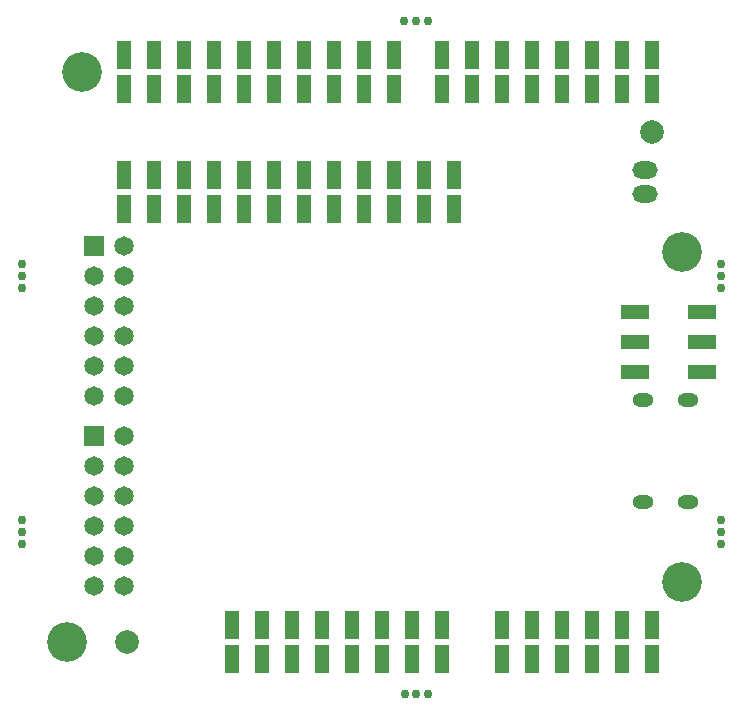
<source format=gbs>
G04*
G04 #@! TF.GenerationSoftware,Altium Limited,Altium Designer,23.1.1 (15)*
G04*
G04 Layer_Color=16711935*
%FSLAX24Y24*%
%MOIN*%
G70*
G04*
G04 #@! TF.SameCoordinates,0A79AF00-5A7F-476D-9868-4C47CD430A8F*
G04*
G04*
G04 #@! TF.FilePolarity,Negative*
G04*
G01*
G75*
%ADD57R,0.0462X0.0922*%
%ADD59C,0.0787*%
%ADD82C,0.0651*%
%ADD90O,0.0709X0.0472*%
%ADD91R,0.0651X0.0651*%
%ADD92O,0.0847X0.0572*%
%ADD93C,0.0296*%
%ADD94C,0.1320*%
%ADD120R,0.0934X0.0462*%
D57*
X17000Y1146D02*
D03*
Y2300D02*
D03*
X18000D02*
D03*
Y1146D02*
D03*
X19000Y2300D02*
D03*
Y1146D02*
D03*
X21000Y2300D02*
D03*
Y1146D02*
D03*
X20000Y2300D02*
D03*
Y1146D02*
D03*
X16000D02*
D03*
Y2300D02*
D03*
X6400Y21300D02*
D03*
Y20146D02*
D03*
X5400Y21300D02*
D03*
Y20146D02*
D03*
X11400Y21300D02*
D03*
Y20146D02*
D03*
X10400D02*
D03*
Y21300D02*
D03*
X9400Y20146D02*
D03*
Y21300D02*
D03*
X7400Y20146D02*
D03*
Y21300D02*
D03*
X8400Y20146D02*
D03*
Y21300D02*
D03*
X12400D02*
D03*
Y20146D02*
D03*
X3400D02*
D03*
Y21300D02*
D03*
X4400Y20146D02*
D03*
Y21300D02*
D03*
X13000Y1146D02*
D03*
Y2300D02*
D03*
X14000Y1146D02*
D03*
Y2300D02*
D03*
X8000Y1146D02*
D03*
Y2300D02*
D03*
X9000D02*
D03*
Y1146D02*
D03*
X10000Y2300D02*
D03*
Y1146D02*
D03*
X12000Y2300D02*
D03*
Y1146D02*
D03*
X11000Y2300D02*
D03*
Y1146D02*
D03*
X7000D02*
D03*
Y2300D02*
D03*
X11404Y16146D02*
D03*
Y17300D02*
D03*
X12404Y16146D02*
D03*
Y17300D02*
D03*
X3404D02*
D03*
Y16146D02*
D03*
X7404D02*
D03*
Y17300D02*
D03*
X8404Y16146D02*
D03*
Y17300D02*
D03*
X6404Y16146D02*
D03*
Y17300D02*
D03*
X5404Y16146D02*
D03*
Y17300D02*
D03*
X4404D02*
D03*
Y16146D02*
D03*
X10404Y17300D02*
D03*
Y16146D02*
D03*
X9404Y17300D02*
D03*
Y16146D02*
D03*
X13404Y17300D02*
D03*
Y16146D02*
D03*
X14404Y17300D02*
D03*
Y16146D02*
D03*
X21000Y20146D02*
D03*
Y21300D02*
D03*
X17000D02*
D03*
Y20146D02*
D03*
X16000Y21300D02*
D03*
Y20146D02*
D03*
X18000Y21300D02*
D03*
Y20146D02*
D03*
X19000Y21300D02*
D03*
Y20146D02*
D03*
X20000D02*
D03*
Y21300D02*
D03*
X14000Y20146D02*
D03*
Y21300D02*
D03*
X15000Y20146D02*
D03*
Y21300D02*
D03*
D59*
X3500Y1723D02*
D03*
X21000Y18723D02*
D03*
D82*
X3390Y3599D02*
D03*
X2390D02*
D03*
X3390Y4599D02*
D03*
X2390D02*
D03*
X3390Y5599D02*
D03*
X2390D02*
D03*
X3390Y6599D02*
D03*
X2390D02*
D03*
X3390Y7599D02*
D03*
X2390D02*
D03*
X3390Y8599D02*
D03*
Y9926D02*
D03*
X2390D02*
D03*
X3390Y10926D02*
D03*
X2390D02*
D03*
X3390Y11926D02*
D03*
X2390D02*
D03*
X3390Y12926D02*
D03*
X2390D02*
D03*
X3390Y13926D02*
D03*
X2390D02*
D03*
X3390Y14926D02*
D03*
D90*
X22197Y6373D02*
D03*
Y9774D02*
D03*
X20701Y6373D02*
D03*
Y9774D02*
D03*
D91*
X2390Y8599D02*
D03*
Y14926D02*
D03*
D92*
X20774Y16666D02*
D03*
Y17454D02*
D03*
D93*
X13137Y22403D02*
D03*
X13531D02*
D03*
X12743D02*
D03*
X12746Y0D02*
D03*
X13533D02*
D03*
X13140D02*
D03*
X23300Y13927D02*
D03*
Y14320D02*
D03*
Y13533D02*
D03*
X23300Y5382D02*
D03*
Y5776D02*
D03*
Y4988D02*
D03*
X-0Y4988D02*
D03*
Y5776D02*
D03*
Y5382D02*
D03*
Y13533D02*
D03*
Y14320D02*
D03*
Y13927D02*
D03*
D94*
X22000Y3723D02*
D03*
Y14723D02*
D03*
X1500Y1723D02*
D03*
X2000Y20723D02*
D03*
D120*
X20438Y10723D02*
D03*
X22662D02*
D03*
X20438Y11723D02*
D03*
Y12723D02*
D03*
X22662Y11723D02*
D03*
Y12723D02*
D03*
M02*

</source>
